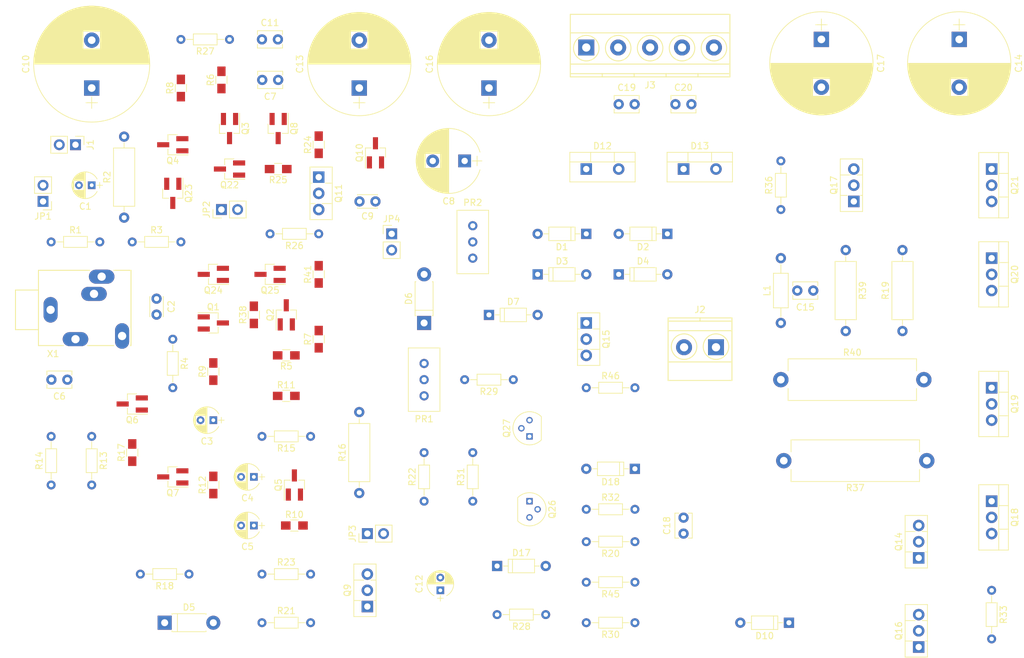
<source format=kicad_pcb>
(kicad_pcb (version 4) (host pcbnew 4.0.7)
  (layers (0 F.Cu mixed) (31 B.Cu mixed) (34 B.Paste user) (35 F.Paste user) (36 B.SilkS user) (37 F.SilkS user) (38 B.Mask user) (39 F.Mask user) (44 Edge.Cuts user))
  (net 0 "")
  (net 1 "Net-(C1-Pad1)")
  (net 2 "Net-(C1-Pad2)")
  (net 3 "Net-(C2-Pad1)")
  (net 4 GND)
  (net 5 "Net-(C3-Pad1)")
  (net 6 "Net-(C3-Pad2)")
  (net 7 "Net-(C4-Pad2)")
  (net 8 "Net-(C5-Pad2)")
  (net 9 "Net-(C10-Pad2)")
  (net 10 "Net-(C8-Pad1)")
  (net 11 "Net-(C9-Pad1)")
  (net 12 "Net-(C9-Pad2)")
  (net 13 "Net-(C12-Pad1)")
  (net 14 "Net-(C12-Pad2)")
  (net 15 "Net-(C15-Pad1)")
  (net 16 +VCC_15V)
  (net 17 VEE_-15V)
  (net 18 "Net-(C18-Pad1)")
  (net 19 "Net-(C18-Pad2)")
  (net 20 "Net-(D1-Pad1)")
  (net 21 "Net-(D3-Pad2)")
  (net 22 "Net-(D10-Pad2)")
  (net 23 "Net-(D5-Pad2)")
  (net 24 "Net-(D6-Pad2)")
  (net 25 "Net-(D7-Pad2)")
  (net 26 "Net-(D10-Pad1)")
  (net 27 "Net-(D12-Pad1)")
  (net 28 "Net-(D13-Pad2)")
  (net 29 "Net-(D17-Pad1)")
  (net 30 "Net-(D17-Pad2)")
  (net 31 "Net-(D18-Pad1)")
  (net 32 "Net-(D18-Pad2)")
  (net 33 +VCC_40V)
  (net 34 VEE_-40V)
  (net 35 "Net-(J2-Pad1)")
  (net 36 "Net-(JP2-Pad1)")
  (net 37 "Net-(JP3-Pad1)")
  (net 38 "Net-(JP3-Pad2)")
  (net 39 "Net-(PR1-Pad1)")
  (net 40 "Net-(PR2-Pad2)")
  (net 41 "Net-(Q1-Pad2)")
  (net 42 "Net-(Q1-Pad3)")
  (net 43 "Net-(Q2-Pad2)")
  (net 44 "Net-(Q2-Pad3)")
  (net 45 "Net-(Q22-Pad2)")
  (net 46 "Net-(Q3-Pad2)")
  (net 47 "Net-(Q4-Pad2)")
  (net 48 "Net-(Q23-Pad2)")
  (net 49 "Net-(Q5-Pad2)")
  (net 50 "Net-(Q5-Pad3)")
  (net 51 "Net-(Q6-Pad1)")
  (net 52 "Net-(Q6-Pad3)")
  (net 53 "Net-(Q7-Pad2)")
  (net 54 "Net-(Q8-Pad1)")
  (net 55 "Net-(Q9-Pad1)")
  (net 56 "Net-(Q10-Pad2)")
  (net 57 "Net-(Q11-Pad3)")
  (net 58 "Net-(Q16-Pad3)")
  (net 59 "Net-(Q17-Pad3)")
  (net 60 "Net-(Q19-Pad3)")
  (net 61 "Net-(Q20-Pad3)")
  (net 62 "Net-(Q22-Pad1)")
  (net 63 "Net-(Q26-Pad2)")
  (net 64 "Net-(Q27-Pad2)")
  (net 65 "Net-(R3-Pad2)")
  (net 66 "Net-(R11-Pad2)")
  (net 67 "Net-(R20-Pad2)")
  (module Capacitors_THT:CP_Radial_D4.0mm_P2.00mm (layer F.Cu) (at 73.66 57.15 180)
    (fp_text reference C1 (at 1 -3.31 180) (layer F.SilkS))
    (fp_text value 47u)
    (pad 1 thru_hole rect (at 0 0 180) (size 1.2 1.2) (drill 0.6) (layers *.Cu *.Mask) (net 1 "Net-(C1-Pad1)"))
    (pad 2 thru_hole circle (at 2 0 180) (size 1.2 1.2) (drill 0.6) (layers *.Cu *.Mask) (net 2 "Net-(C1-Pad2)"))
  )
  (module Capacitors_THT:C_Disc_D3.0mm_W2.0mm_P2.50mm (layer F.Cu) (at 83.82 74.93 270)
    (fp_text reference C2 (at 1.25 -2.31 270) (layer F.SilkS))
    (fp_text value 0.3n)
    (pad 1 thru_hole circle (at 0 0 270) (size 1.6 1.6) (drill 0.8) (layers *.Cu *.Mask) (net 3 "Net-(C2-Pad1)"))
    (pad 2 thru_hole circle (at 2.5 0 270) (size 1.6 1.6) (drill 0.8) (layers *.Cu *.Mask) (net 4 GND))
  )
  (module Capacitors_THT:CP_Radial_D4.0mm_P2.00mm (layer F.Cu) (at 92.71 93.98 180)
    (fp_text reference C3 (at 1 -3.31 180) (layer F.SilkS))
    (fp_text value 100u)
    (pad 1 thru_hole rect (at 0 0 180) (size 1.2 1.2) (drill 0.6) (layers *.Cu *.Mask) (net 5 "Net-(C3-Pad1)"))
    (pad 2 thru_hole circle (at 2 0 180) (size 1.2 1.2) (drill 0.6) (layers *.Cu *.Mask) (net 6 "Net-(C3-Pad2)"))
  )
  (module Capacitors_THT:CP_Radial_D4.0mm_P2.00mm (layer F.Cu) (at 99.06 102.87 180)
    (fp_text reference C4 (at 1 -3.31 180) (layer F.SilkS))
    (fp_text value 47u)
    (pad 1 thru_hole rect (at 0 0 180) (size 1.2 1.2) (drill 0.6) (layers *.Cu *.Mask) (net 33 +VCC_40V))
    (pad 2 thru_hole circle (at 2 0 180) (size 1.2 1.2) (drill 0.6) (layers *.Cu *.Mask) (net 7 "Net-(C4-Pad2)"))
  )
  (module Capacitors_THT:CP_Radial_D4.0mm_P2.00mm (layer F.Cu) (at 99.06 110.49 180)
    (fp_text reference C5 (at 1 -3.31 180) (layer F.SilkS))
    (fp_text value 47u)
    (pad 1 thru_hole rect (at 0 0 180) (size 1.2 1.2) (drill 0.6) (layers *.Cu *.Mask) (net 33 +VCC_40V))
    (pad 2 thru_hole circle (at 2 0 180) (size 1.2 1.2) (drill 0.6) (layers *.Cu *.Mask) (net 8 "Net-(C5-Pad2)"))
  )
  (module Capacitors_THT:C_Disc_D3.8mm_W2.6mm_P2.50mm (layer F.Cu) (at 69.85 87.63 180)
    (fp_text reference C6 (at 1.25 -2.61 180) (layer F.SilkS))
    (fp_text value 100n)
    (pad 1 thru_hole circle (at 0 0 180) (size 1.6 1.6) (drill 0.8) (layers *.Cu *.Mask) (net 33 +VCC_40V))
    (pad 2 thru_hole circle (at 2.5 0 180) (size 1.6 1.6) (drill 0.8) (layers *.Cu *.Mask) (net 4 GND))
  )
  (module Capacitors_THT:C_Disc_D3.8mm_W2.6mm_P2.50mm (layer F.Cu) (at 102.87 40.64 180)
    (fp_text reference C7 (at 1.25 -2.61 180) (layer F.SilkS))
    (fp_text value 100n)
    (pad 1 thru_hole circle (at 0 0 180) (size 1.6 1.6) (drill 0.8) (layers *.Cu *.Mask) (net 4 GND))
    (pad 2 thru_hole circle (at 2.5 0 180) (size 1.6 1.6) (drill 0.8) (layers *.Cu *.Mask) (net 9 "Net-(C10-Pad2)"))
  )
  (module Capacitors_THT:CP_Radial_D10.0mm_P5.00mm (layer F.Cu) (at 132.08 53.34 180)
    (fp_text reference C8 (at 2.5 -6.31 180) (layer F.SilkS))
    (fp_text value 1000u)
    (pad 1 thru_hole rect (at 0 0 180) (size 2 2) (drill 1) (layers *.Cu *.Mask) (net 10 "Net-(C8-Pad1)"))
    (pad 2 thru_hole circle (at 5 0 180) (size 2 2) (drill 1) (layers *.Cu *.Mask) (net 4 GND))
  )
  (module Capacitors_THT:C_Disc_D3.0mm_W2.0mm_P2.50mm (layer F.Cu) (at 118.11 59.69 180)
    (fp_text reference C9 (at 1.25 -2.31 180) (layer F.SilkS))
    (fp_text value 33p)
    (pad 1 thru_hole circle (at 0 0 180) (size 1.6 1.6) (drill 0.8) (layers *.Cu *.Mask) (net 11 "Net-(C9-Pad1)"))
    (pad 2 thru_hole circle (at 2.5 0 180) (size 1.6 1.6) (drill 0.8) (layers *.Cu *.Mask) (net 12 "Net-(C9-Pad2)"))
  )
  (module Capacitors_THT:CP_Radial_D18.0mm_P7.50mm (layer F.Cu) (at 73.66 41.91 90)
    (fp_text reference C10 (at 3.75 -10.31 90) (layer F.SilkS))
    (fp_text value 1000u)
    (pad 1 thru_hole rect (at 0 0 90) (size 2.4 2.4) (drill 1.2) (layers *.Cu *.Mask) (net 4 GND))
    (pad 2 thru_hole circle (at 7.5 0 90) (size 2.4 2.4) (drill 1.2) (layers *.Cu *.Mask) (net 9 "Net-(C10-Pad2)"))
  )
  (module Capacitors_THT:C_Disc_D3.8mm_W2.6mm_P2.50mm (layer F.Cu) (at 100.33 34.29)
    (fp_text reference C11 (at 1.25 -2.61) (layer F.SilkS))
    (fp_text value 100n)
    (pad 1 thru_hole circle (at 0 0) (size 1.6 1.6) (drill 0.8) (layers *.Cu *.Mask) (net 34 VEE_-40V))
    (pad 2 thru_hole circle (at 2.5 0) (size 1.6 1.6) (drill 0.8) (layers *.Cu *.Mask) (net 4 GND))
  )
  (module Capacitors_THT:CP_Radial_D4.0mm_P2.00mm (layer F.Cu) (at 128.27 120.65 90)
    (fp_text reference C12 (at 1 -3.31 90) (layer F.SilkS))
    (fp_text value 47u)
    (pad 1 thru_hole rect (at 0 0 90) (size 1.2 1.2) (drill 0.6) (layers *.Cu *.Mask) (net 13 "Net-(C12-Pad1)"))
    (pad 2 thru_hole circle (at 2 0 90) (size 1.2 1.2) (drill 0.6) (layers *.Cu *.Mask) (net 14 "Net-(C12-Pad2)"))
  )
  (module Capacitors_THT:CP_Radial_D16.0mm_P7.50mm (layer F.Cu) (at 115.57 41.91 90)
    (fp_text reference C13 (at 3.75 -9.31 90) (layer F.SilkS))
    (fp_text value 220u)
    (pad 1 thru_hole rect (at 0 0 90) (size 2.4 2.4) (drill 1.2) (layers *.Cu *.Mask) (net 33 +VCC_40V))
    (pad 2 thru_hole circle (at 7.5 0 90) (size 2.4 2.4) (drill 1.2) (layers *.Cu *.Mask) (net 4 GND))
  )
  (module Capacitors_THT:CP_Radial_D16.0mm_P7.50mm (layer F.Cu) (at 209.55 34.29 270)
    (fp_text reference C14 (at 3.75 -9.31 270) (layer F.SilkS))
    (fp_text value 220u)
    (pad 1 thru_hole rect (at 0 0 270) (size 2.4 2.4) (drill 1.2) (layers *.Cu *.Mask) (net 4 GND))
    (pad 2 thru_hole circle (at 7.5 0 270) (size 2.4 2.4) (drill 1.2) (layers *.Cu *.Mask) (net 34 VEE_-40V))
  )
  (module Capacitors_THT:C_Disc_D3.8mm_W2.6mm_P2.50mm (layer F.Cu) (at 186.69 73.66 180)
    (fp_text reference C15 (at 1.25 -2.61 180) (layer F.SilkS))
    (fp_text value 100n)
    (pad 1 thru_hole circle (at 0 0 180) (size 1.6 1.6) (drill 0.8) (layers *.Cu *.Mask) (net 15 "Net-(C15-Pad1)"))
    (pad 2 thru_hole circle (at 2.5 0 180) (size 1.6 1.6) (drill 0.8) (layers *.Cu *.Mask) (net 4 GND))
  )
  (module Capacitors_THT:CP_Radial_D16.0mm_P7.50mm (layer F.Cu) (at 135.89 41.91 90)
    (fp_text reference C16 (at 3.75 -9.31 90) (layer F.SilkS))
    (fp_text value 220u)
    (pad 1 thru_hole rect (at 0 0 90) (size 2.4 2.4) (drill 1.2) (layers *.Cu *.Mask) (net 16 +VCC_15V))
    (pad 2 thru_hole circle (at 7.5 0 90) (size 2.4 2.4) (drill 1.2) (layers *.Cu *.Mask) (net 4 GND))
  )
  (module Capacitors_THT:CP_Radial_D16.0mm_P7.50mm (layer F.Cu) (at 187.96 34.29 270)
    (fp_text reference C17 (at 3.75 -9.31 270) (layer F.SilkS))
    (fp_text value 220u)
    (pad 1 thru_hole rect (at 0 0 270) (size 2.4 2.4) (drill 1.2) (layers *.Cu *.Mask) (net 4 GND))
    (pad 2 thru_hole circle (at 7.5 0 270) (size 2.4 2.4) (drill 1.2) (layers *.Cu *.Mask) (net 17 VEE_-15V))
  )
  (module Capacitors_THT:C_Disc_D3.8mm_W2.6mm_P2.50mm (layer F.Cu) (at 166.37 111.76 90)
    (fp_text reference C18 (at 1.25 -2.61 90) (layer F.SilkS))
    (fp_text value 100n)
    (pad 1 thru_hole circle (at 0 0 90) (size 1.6 1.6) (drill 0.8) (layers *.Cu *.Mask) (net 18 "Net-(C18-Pad1)"))
    (pad 2 thru_hole circle (at 2.5 0 90) (size 1.6 1.6) (drill 0.8) (layers *.Cu *.Mask) (net 19 "Net-(C18-Pad2)"))
  )
  (module Capacitors_THT:C_Disc_D3.8mm_W2.6mm_P2.50mm (layer F.Cu) (at 156.21 44.45)
    (fp_text reference C19 (at 1.25 -2.61) (layer F.SilkS))
    (fp_text value 100n)
    (pad 1 thru_hole circle (at 0 0) (size 1.6 1.6) (drill 0.8) (layers *.Cu *.Mask) (net 16 +VCC_15V))
    (pad 2 thru_hole circle (at 2.5 0) (size 1.6 1.6) (drill 0.8) (layers *.Cu *.Mask) (net 4 GND))
  )
  (module Capacitors_THT:C_Disc_D3.8mm_W2.6mm_P2.50mm (layer F.Cu) (at 165.1 44.45)
    (fp_text reference C20 (at 1.25 -2.61) (layer F.SilkS))
    (fp_text value 100n)
    (pad 1 thru_hole circle (at 0 0) (size 1.6 1.6) (drill 0.8) (layers *.Cu *.Mask) (net 17 VEE_-15V))
    (pad 2 thru_hole circle (at 2.5 0) (size 1.6 1.6) (drill 0.8) (layers *.Cu *.Mask) (net 4 GND))
  )
  (module Diodes_THT:D_DO-35_SOD27_P7.62mm_Horizontal (layer F.Cu) (at 151.13 64.77 180)
    (fp_text reference D1 (at 3.81 -2.06 180) (layer F.SilkS))
    (fp_text value 1N4148)
    (pad 1 thru_hole rect (at 0 0 180) (size 1.6 1.6) (drill 0.8) (layers *.Cu *.Mask) (net 20 "Net-(D1-Pad1)"))
    (pad 2 thru_hole oval (at 7.62 0 180) (size 1.6 1.6) (drill 0.8) (layers *.Cu *.Mask) (net 10 "Net-(C8-Pad1)"))
  )
  (module Diodes_THT:D_DO-35_SOD27_P7.62mm_Horizontal (layer F.Cu) (at 163.83 64.77 180)
    (fp_text reference D2 (at 3.81 -2.06 180) (layer F.SilkS))
    (fp_text value 1N4148)
    (pad 1 thru_hole rect (at 0 0 180) (size 1.6 1.6) (drill 0.8) (layers *.Cu *.Mask) (net 4 GND))
    (pad 2 thru_hole oval (at 7.62 0 180) (size 1.6 1.6) (drill 0.8) (layers *.Cu *.Mask) (net 20 "Net-(D1-Pad1)"))
  )
  (module Diodes_THT:D_DO-35_SOD27_P7.62mm_Horizontal (layer F.Cu) (at 143.51 71.12)
    (fp_text reference D3 (at 3.81 -2.06) (layer F.SilkS))
    (fp_text value 1N4148)
    (pad 1 thru_hole rect (at 0 0) (size 1.6 1.6) (drill 0.8) (layers *.Cu *.Mask) (net 10 "Net-(C8-Pad1)"))
    (pad 2 thru_hole oval (at 7.62 0) (size 1.6 1.6) (drill 0.8) (layers *.Cu *.Mask) (net 21 "Net-(D3-Pad2)"))
  )
  (module Diodes_THT:D_DO-35_SOD27_P7.62mm_Horizontal (layer F.Cu) (at 156.21 71.12)
    (fp_text reference D4 (at 3.81 -2.06) (layer F.SilkS))
    (fp_text value 1N4148)
    (pad 1 thru_hole rect (at 0 0) (size 1.6 1.6) (drill 0.8) (layers *.Cu *.Mask) (net 21 "Net-(D3-Pad2)"))
    (pad 2 thru_hole oval (at 7.62 0) (size 1.6 1.6) (drill 0.8) (layers *.Cu *.Mask) (net 4 GND))
  )
  (module Diodes_THT:D_DO-41_SOD81_P7.62mm_Horizontal (layer F.Cu) (at 85.09 125.73)
    (fp_text reference D5 (at 3.81 -2.41) (layer F.SilkS))
    (fp_text value 1N4728)
    (pad 1 thru_hole rect (at 0 0) (size 2.2 2.2) (drill 1.1) (layers *.Cu *.Mask) (net 22 "Net-(D10-Pad2)"))
    (pad 2 thru_hole oval (at 7.62 0) (size 2.2 2.2) (drill 1.1) (layers *.Cu *.Mask) (net 23 "Net-(D5-Pad2)"))
  )
  (module Diodes_THT:D_DO-41_SOD81_P7.62mm_Horizontal (layer F.Cu) (at 125.73 78.74 90)
    (fp_text reference D6 (at 3.81 -2.41 90) (layer F.SilkS))
    (fp_text value 1N4728)
    (pad 1 thru_hole rect (at 0 0 90) (size 2.2 2.2) (drill 1.1) (layers *.Cu *.Mask) (net 14 "Net-(C12-Pad2)"))
    (pad 2 thru_hole oval (at 7.62 0 90) (size 2.2 2.2) (drill 1.1) (layers *.Cu *.Mask) (net 24 "Net-(D6-Pad2)"))
  )
  (module Diodes_THT:D_DO-35_SOD27_P7.62mm_Horizontal (layer F.Cu) (at 135.89 77.47)
    (fp_text reference D7 (at 3.81 -2.06) (layer F.SilkS))
    (fp_text value 1N4148)
    (pad 1 thru_hole rect (at 0 0) (size 1.6 1.6) (drill 0.8) (layers *.Cu *.Mask) (net 24 "Net-(D6-Pad2)"))
    (pad 2 thru_hole oval (at 7.62 0) (size 1.6 1.6) (drill 0.8) (layers *.Cu *.Mask) (net 25 "Net-(D7-Pad2)"))
  )
  (module Diodes_THT:D_DO-35_SOD27_P7.62mm_Horizontal (layer F.Cu) (at 182.88 125.73 180)
    (fp_text reference D10 (at 3.81 -2.06 180) (layer F.SilkS))
    (fp_text value 1N4148)
    (pad 1 thru_hole rect (at 0 0 180) (size 1.6 1.6) (drill 0.8) (layers *.Cu *.Mask) (net 26 "Net-(D10-Pad1)"))
    (pad 2 thru_hole oval (at 7.62 0 180) (size 1.6 1.6) (drill 0.8) (layers *.Cu *.Mask) (net 22 "Net-(D10-Pad2)"))
  )
  (module TO_SOT_Packages_THT:TO-220-2_Vertical (layer F.Cu) (at 151.13 54.61)
    (fp_text reference D12 (at 2.54 -3.62) (layer F.SilkS))
    (fp_text value MUR860)
    (pad 1 thru_hole rect (at 0 0) (size 1.8 1.8) (drill 1) (layers *.Cu *.Mask) (net 27 "Net-(D12-Pad1)"))
    (pad 2 thru_hole oval (at 5.08 0) (size 1.8 1.8) (drill 1) (layers *.Cu *.Mask) (net 16 +VCC_15V))
  )
  (module TO_SOT_Packages_THT:TO-220-2_Vertical (layer F.Cu) (at 166.37 54.61)
    (fp_text reference D13 (at 2.54 -3.62) (layer F.SilkS))
    (fp_text value MUR860)
    (pad 1 thru_hole rect (at 0 0) (size 1.8 1.8) (drill 1) (layers *.Cu *.Mask) (net 17 VEE_-15V))
    (pad 2 thru_hole oval (at 5.08 0) (size 1.8 1.8) (drill 1) (layers *.Cu *.Mask) (net 28 "Net-(D13-Pad2)"))
  )
  (module Diodes_THT:D_DO-35_SOD27_P7.62mm_Horizontal (layer F.Cu) (at 137.16 116.84)
    (fp_text reference D17 (at 3.81 -2.06) (layer F.SilkS))
    (fp_text value 1N4148)
    (pad 1 thru_hole rect (at 0 0) (size 1.6 1.6) (drill 0.8) (layers *.Cu *.Mask) (net 29 "Net-(D17-Pad1)"))
    (pad 2 thru_hole oval (at 7.62 0) (size 1.6 1.6) (drill 0.8) (layers *.Cu *.Mask) (net 30 "Net-(D17-Pad2)"))
  )
  (module Diodes_THT:D_DO-35_SOD27_P7.62mm_Horizontal (layer F.Cu) (at 158.75 101.6 180)
    (fp_text reference D18 (at 3.81 -2.06 180) (layer F.SilkS))
    (fp_text value 1N4148)
    (pad 1 thru_hole rect (at 0 0 180) (size 1.6 1.6) (drill 0.8) (layers *.Cu *.Mask) (net 31 "Net-(D18-Pad1)"))
    (pad 2 thru_hole oval (at 7.62 0 180) (size 1.6 1.6) (drill 0.8) (layers *.Cu *.Mask) (net 32 "Net-(D18-Pad2)"))
  )
  (module Pin_Headers:Pin_Header_Straight_1x02_Pitch2.54mm (layer F.Cu) (at 71.12 50.8 270)
    (fp_text reference J1 (at 0 -2.33 270) (layer F.SilkS))
    (fp_text value Conn_IN)
    (pad 1 thru_hole rect (at 0 0 270) (size 1.7 1.7) (drill 1) (layers *.Cu *.Mask) (net 2 "Net-(C1-Pad2)"))
    (pad 2 thru_hole oval (at 0 2.54 270) (size 1.7 1.7) (drill 1) (layers *.Cu *.Mask) (net 4 GND))
  )
  (module TerminalBlocks_Phoenix:TerminalBlock_Phoenix_MKDS1.5-2pol (layer F.Cu) (at 171.45 82.55 180)
    (fp_text reference J2 (at 2.5 5.9 180) (layer F.SilkS))
    (fp_text value LOAD_CONN)
    (pad 1 thru_hole rect (at 0 0 180) (size 2.5 2.5) (drill 1.3) (layers *.Cu *.Mask) (net 35 "Net-(J2-Pad1)"))
    (pad 2 thru_hole circle (at 5 0 180) (size 2.5 2.5) (drill 1.3) (layers *.Cu *.Mask) (net 4 GND))
  )
  (module TerminalBlocks_Phoenix:TerminalBlock_Phoenix_MKDS1.5-5pol (layer F.Cu) (at 151.13 35.56)
    (fp_text reference J3 (at 10 5.9) (layer F.SilkS))
    (fp_text value SUPPLY_CONN)
    (pad 5 thru_hole circle (at 20 0) (size 2.5 2.5) (drill 1.3) (layers *.Cu *.Mask) (net 34 VEE_-40V))
    (pad 4 thru_hole circle (at 15 0) (size 2.5 2.5) (drill 1.3) (layers *.Cu *.Mask) (net 17 VEE_-15V))
    (pad 3 thru_hole circle (at 10 0) (size 2.5 2.5) (drill 1.3) (layers *.Cu *.Mask) (net 4 GND))
    (pad 1 thru_hole rect (at 0 0) (size 2.5 2.5) (drill 1.3) (layers *.Cu *.Mask) (net 33 +VCC_40V))
    (pad 2 thru_hole circle (at 5 0) (size 2.5 2.5) (drill 1.3) (layers *.Cu *.Mask) (net 16 +VCC_15V))
  )
  (module Pin_Headers:Pin_Header_Straight_1x02_Pitch2.54mm (layer F.Cu) (at 66.04 59.69 180)
    (fp_text reference JP1 (at 0 -2.33 180) (layer F.SilkS))
    (fp_text value Jumper_NO_Small)
    (pad 1 thru_hole rect (at 0 0 180) (size 1.7 1.7) (drill 1) (layers *.Cu *.Mask) (net 2 "Net-(C1-Pad2)"))
    (pad 2 thru_hole oval (at 0 2.54 180) (size 1.7 1.7) (drill 1) (layers *.Cu *.Mask) (net 4 GND))
  )
  (module Pin_Headers:Pin_Header_Straight_1x02_Pitch2.54mm (layer F.Cu) (at 93.98 60.96 90)
    (fp_text reference JP2 (at 0 -2.33 90) (layer F.SilkS))
    (fp_text value Diff_Stage_Jumper)
    (pad 1 thru_hole rect (at 0 0 90) (size 1.7 1.7) (drill 1) (layers *.Cu *.Mask) (net 36 "Net-(JP2-Pad1)"))
    (pad 2 thru_hole oval (at 0 2.54 90) (size 1.7 1.7) (drill 1) (layers *.Cu *.Mask) (net 12 "Net-(C9-Pad2)"))
  )
  (module Pin_Headers:Pin_Header_Straight_1x02_Pitch2.54mm (layer F.Cu) (at 116.84 111.76 90)
    (fp_text reference JP3 (at 0 -2.33 90) (layer F.SilkS))
    (fp_text value Feedback_Jumper)
    (pad 1 thru_hole rect (at 0 0 90) (size 1.7 1.7) (drill 1) (layers *.Cu *.Mask) (net 37 "Net-(JP3-Pad1)"))
    (pad 2 thru_hole oval (at 0 2.54 90) (size 1.7 1.7) (drill 1) (layers *.Cu *.Mask) (net 38 "Net-(JP3-Pad2)"))
  )
  (module Pin_Headers:Pin_Header_Straight_1x02_Pitch2.54mm (layer F.Cu) (at 120.65 64.77)
    (fp_text reference JP4 (at 0 -2.33) (layer F.SilkS))
    (fp_text value 2nd_Stage_Jumper)
    (pad 1 thru_hole rect (at 0 0) (size 1.7 1.7) (drill 1) (layers *.Cu *.Mask) (net 11 "Net-(C9-Pad1)"))
    (pad 2 thru_hole oval (at 0 2.54) (size 1.7 1.7) (drill 1) (layers *.Cu *.Mask) (net 24 "Net-(D6-Pad2)"))
  )
  (module Inductors_THT:L_Axial_L5.3mm_D2.2mm_P10.16mm_Horizontal_Vishay_IM-1 (layer F.Cu) (at 181.61 78.74 90)
    (fp_text reference L1 (at 5.08 -2.16 90) (layer F.SilkS))
    (fp_text value 1u)
    (pad 1 thru_hole circle (at 0 0 90) (size 1.6 1.6) (drill 0.8) (layers *.Cu *.Mask) (net 38 "Net-(JP3-Pad2)"))
    (pad 2 thru_hole oval (at 10.16 0 90) (size 1.6 1.6) (drill 0.8) (layers *.Cu *.Mask) (net 35 "Net-(J2-Pad1)"))
  )
  (module Potentiometers:Potentiometer_Trimmer_Suntan_TSR-3386C_Vertical (layer F.Cu) (at 125.73 90.17 180)
    (fp_text reference PR1 (at 0 -3.625 180) (layer F.SilkS))
    (fp_text value 1k)
    (pad 3 thru_hole circle (at 0 5.08 180) (size 1.44 1.44) (drill 0.8) (layers *.Cu *.Mask) (net 14 "Net-(C12-Pad2)"))
    (pad 2 thru_hole circle (at 0 2.54 180) (size 1.44 1.44) (drill 0.8) (layers *.Cu *.Mask) (net 14 "Net-(C12-Pad2)"))
    (pad 1 thru_hole circle (at 0 0 180) (size 1.44 1.44) (drill 0.8) (layers *.Cu *.Mask) (net 39 "Net-(PR1-Pad1)"))
  )
  (module Potentiometers:Potentiometer_Trimmer_Suntan_TSR-3386C_Vertical (layer F.Cu) (at 133.35 63.5)
    (fp_text reference PR2 (at 0 -3.625) (layer F.SilkS))
    (fp_text value 100)
    (pad 3 thru_hole circle (at 0 5.08) (size 1.44 1.44) (drill 0.8) (layers *.Cu *.Mask) (net 40 "Net-(PR2-Pad2)"))
    (pad 2 thru_hole circle (at 0 2.54) (size 1.44 1.44) (drill 0.8) (layers *.Cu *.Mask) (net 40 "Net-(PR2-Pad2)"))
    (pad 1 thru_hole circle (at 0 0) (size 1.44 1.44) (drill 0.8) (layers *.Cu *.Mask) (net 10 "Net-(C8-Pad1)"))
  )
  (module TO_SOT_Packages_SMD:SOT-23_Handsoldering (layer F.Cu) (at 92.71 78.74)
    (fp_text reference Q1 (at 0 -2.5) (layer F.SilkS))
    (fp_text value BC856)
    (pad 1 smd rect (at -1.5 -0.95) (size 1.9 0.8) (layers F.Cu F.Paste F.Mask) (net 3 "Net-(C2-Pad1)"))
    (pad 2 smd rect (at -1.5 0.95) (size 1.9 0.8) (layers F.Cu F.Paste F.Mask) (net 41 "Net-(Q1-Pad2)"))
    (pad 3 smd rect (at 1.5 0) (size 1.9 0.8) (layers F.Cu F.Paste F.Mask) (net 42 "Net-(Q1-Pad3)"))
  )
  (module TO_SOT_Packages_SMD:SOT-23_Handsoldering (layer F.Cu) (at 104.14 77.47 90)
    (fp_text reference Q2 (at 0 -2.5 90) (layer F.SilkS))
    (fp_text value BC856)
    (pad 1 smd rect (at -1.5 -0.95 90) (size 1.9 0.8) (layers F.Cu F.Paste F.Mask) (net 5 "Net-(C3-Pad1)"))
    (pad 2 smd rect (at -1.5 0.95 90) (size 1.9 0.8) (layers F.Cu F.Paste F.Mask) (net 43 "Net-(Q2-Pad2)"))
    (pad 3 smd rect (at 1.5 0 90) (size 1.9 0.8) (layers F.Cu F.Paste F.Mask) (net 44 "Net-(Q2-Pad3)"))
  )
  (module TO_SOT_Packages_SMD:SOT-23_Handsoldering (layer F.Cu) (at 95.25 48.26 270)
    (fp_text reference Q3 (at 0 -2.5 270) (layer F.SilkS))
    (fp_text value BC846)
    (pad 1 smd rect (at -1.5 -0.95 270) (size 1.9 0.8) (layers F.Cu F.Paste F.Mask) (net 45 "Net-(Q22-Pad2)"))
    (pad 2 smd rect (at -1.5 0.95 270) (size 1.9 0.8) (layers F.Cu F.Paste F.Mask) (net 46 "Net-(Q3-Pad2)"))
    (pad 3 smd rect (at 1.5 0 270) (size 1.9 0.8) (layers F.Cu F.Paste F.Mask) (net 45 "Net-(Q22-Pad2)"))
  )
  (module TO_SOT_Packages_SMD:SOT-23_Handsoldering (layer F.Cu) (at 86.36 50.8 180)
    (fp_text reference Q4 (at 0 -2.5 180) (layer F.SilkS))
    (fp_text value BC846)
    (pad 1 smd rect (at -1.5 -0.95 180) (size 1.9 0.8) (layers F.Cu F.Paste F.Mask) (net 45 "Net-(Q22-Pad2)"))
    (pad 2 smd rect (at -1.5 0.95 180) (size 1.9 0.8) (layers F.Cu F.Paste F.Mask) (net 47 "Net-(Q4-Pad2)"))
    (pad 3 smd rect (at 1.5 0 180) (size 1.9 0.8) (layers F.Cu F.Paste F.Mask) (net 48 "Net-(Q23-Pad2)"))
  )
  (module TO_SOT_Packages_SMD:SOT-23_Handsoldering (layer F.Cu) (at 105.41 104.14 90)
    (fp_text reference Q5 (at 0 -2.5 90) (layer F.SilkS))
    (fp_text value BC856)
    (pad 1 smd rect (at -1.5 -0.95 90) (size 1.9 0.8) (layers F.Cu F.Paste F.Mask) (net 7 "Net-(C4-Pad2)"))
    (pad 2 smd rect (at -1.5 0.95 90) (size 1.9 0.8) (layers F.Cu F.Paste F.Mask) (net 49 "Net-(Q5-Pad2)"))
    (pad 3 smd rect (at 1.5 0 90) (size 1.9 0.8) (layers F.Cu F.Paste F.Mask) (net 50 "Net-(Q5-Pad3)"))
  )
  (module TO_SOT_Packages_SMD:SOT-23_Handsoldering (layer F.Cu) (at 80.01 91.44 180)
    (fp_text reference Q6 (at 0 -2.5 180) (layer F.SilkS))
    (fp_text value BC856)
    (pad 1 smd rect (at -1.5 -0.95 180) (size 1.9 0.8) (layers F.Cu F.Paste F.Mask) (net 51 "Net-(Q6-Pad1)"))
    (pad 2 smd rect (at -1.5 0.95 180) (size 1.9 0.8) (layers F.Cu F.Paste F.Mask) (net 33 +VCC_40V))
    (pad 3 smd rect (at 1.5 0 180) (size 1.9 0.8) (layers F.Cu F.Paste F.Mask) (net 52 "Net-(Q6-Pad3)"))
  )
  (module TO_SOT_Packages_SMD:SOT-23_Handsoldering (layer F.Cu) (at 86.36 102.87 180)
    (fp_text reference Q7 (at 0 -2.5 180) (layer F.SilkS))
    (fp_text value BC856)
    (pad 1 smd rect (at -1.5 -0.95 180) (size 1.9 0.8) (layers F.Cu F.Paste F.Mask) (net 52 "Net-(Q6-Pad3)"))
    (pad 2 smd rect (at -1.5 0.95 180) (size 1.9 0.8) (layers F.Cu F.Paste F.Mask) (net 53 "Net-(Q7-Pad2)"))
    (pad 3 smd rect (at 1.5 0 180) (size 1.9 0.8) (layers F.Cu F.Paste F.Mask) (net 22 "Net-(D10-Pad2)"))
  )
  (module TO_SOT_Packages_SMD:SOT-23_Handsoldering (layer F.Cu) (at 102.87 48.26 270)
    (fp_text reference Q8 (at 0 -2.5 270) (layer F.SilkS))
    (fp_text value BC846)
    (pad 1 smd rect (at -1.5 -0.95 270) (size 1.9 0.8) (layers F.Cu F.Paste F.Mask) (net 54 "Net-(Q8-Pad1)"))
    (pad 2 smd rect (at -1.5 0.95 270) (size 1.9 0.8) (layers F.Cu F.Paste F.Mask) (net 9 "Net-(C10-Pad2)"))
    (pad 3 smd rect (at 1.5 0 270) (size 1.9 0.8) (layers F.Cu F.Paste F.Mask) (net 12 "Net-(C9-Pad2)"))
  )
  (module TO_SOT_Packages_THT:TO-126_Vertical (layer F.Cu) (at 116.84 123.19 90)
    (fp_text reference Q9 (at 2.54 -3.12 90) (layer F.SilkS))
    (fp_text value 2SC4793)
    (pad 1 thru_hole rect (at 0 0 90) (size 1.8 1.8) (drill 1) (layers *.Cu *.Mask) (net 55 "Net-(Q9-Pad1)"))
    (pad 2 thru_hole oval (at 2.54 0 90) (size 1.8 1.8) (drill 1) (layers *.Cu *.Mask) (net 13 "Net-(C12-Pad1)"))
    (pad 3 thru_hole oval (at 5.08 0 90) (size 1.8 1.8) (drill 1) (layers *.Cu *.Mask) (net 14 "Net-(C12-Pad2)"))
  )
  (module TO_SOT_Packages_SMD:SOT-23_Handsoldering (layer F.Cu) (at 118.11 52.07 90)
    (fp_text reference Q10 (at 0 -2.5 90) (layer F.SilkS))
    (fp_text value BC846)
    (pad 1 smd rect (at -1.5 -0.95 90) (size 1.9 0.8) (layers F.Cu F.Paste F.Mask) (net 12 "Net-(C9-Pad2)"))
    (pad 2 smd rect (at -1.5 0.95 90) (size 1.9 0.8) (layers F.Cu F.Paste F.Mask) (net 56 "Net-(Q10-Pad2)"))
    (pad 3 smd rect (at 1.5 0 90) (size 1.9 0.8) (layers F.Cu F.Paste F.Mask) (net 4 GND))
  )
  (module TO_SOT_Packages_THT:TO-126_Vertical (layer F.Cu) (at 109.22 55.88 270)
    (fp_text reference Q11 (at 2.54 -3.12 270) (layer F.SilkS))
    (fp_text value 2SC4793)
    (pad 1 thru_hole rect (at 0 0 270) (size 1.8 1.8) (drill 1) (layers *.Cu *.Mask) (net 56 "Net-(Q10-Pad2)"))
    (pad 2 thru_hole oval (at 2.54 0 270) (size 1.8 1.8) (drill 1) (layers *.Cu *.Mask) (net 11 "Net-(C9-Pad1)"))
    (pad 3 thru_hole oval (at 5.08 0 270) (size 1.8 1.8) (drill 1) (layers *.Cu *.Mask) (net 57 "Net-(Q11-Pad3)"))
  )
  (module TO_SOT_Packages_THT:TO-126_Vertical (layer F.Cu) (at 203.2 115.57 90)
    (fp_text reference Q14 (at 2.54 -3.12 90) (layer F.SilkS))
    (fp_text value 2SC4793)
    (pad 1 thru_hole rect (at 0 0 90) (size 1.8 1.8) (drill 1) (layers *.Cu *.Mask) (net 30 "Net-(D17-Pad2)"))
    (pad 2 thru_hole oval (at 2.54 0 90) (size 1.8 1.8) (drill 1) (layers *.Cu *.Mask) (net 33 +VCC_40V))
    (pad 3 thru_hole oval (at 5.08 0 90) (size 1.8 1.8) (drill 1) (layers *.Cu *.Mask) (net 18 "Net-(C18-Pad1)"))
  )
  (module TO_SOT_Packages_THT:TO-126_Vertical (layer F.Cu) (at 151.13 78.74 270)
    (fp_text reference Q15 (at 2.54 -3.12 270) (layer F.SilkS))
    (fp_text value 2SA1837)
    (pad 1 thru_hole rect (at 0 0 270) (size 1.8 1.8) (drill 1) (layers *.Cu *.Mask) (net 31 "Net-(D18-Pad1)"))
    (pad 2 thru_hole oval (at 2.54 0 270) (size 1.8 1.8) (drill 1) (layers *.Cu *.Mask) (net 34 VEE_-40V))
    (pad 3 thru_hole oval (at 5.08 0 270) (size 1.8 1.8) (drill 1) (layers *.Cu *.Mask) (net 19 "Net-(C18-Pad2)"))
  )
  (module TO_SOT_Packages_THT:TO-126_Vertical (layer F.Cu) (at 203.2 129.54 90)
    (fp_text reference Q16 (at 2.54 -3.12 90) (layer F.SilkS))
    (fp_text value 2SC4793)
    (pad 1 thru_hole rect (at 0 0 90) (size 1.8 1.8) (drill 1) (layers *.Cu *.Mask) (net 26 "Net-(D10-Pad1)"))
    (pad 2 thru_hole oval (at 2.54 0 90) (size 1.8 1.8) (drill 1) (layers *.Cu *.Mask) (net 33 +VCC_40V))
    (pad 3 thru_hole oval (at 5.08 0 90) (size 1.8 1.8) (drill 1) (layers *.Cu *.Mask) (net 58 "Net-(Q16-Pad3)"))
  )
  (module TO_SOT_Packages_THT:TO-126_Vertical (layer F.Cu) (at 193.04 59.69 90)
    (fp_text reference Q17 (at 2.54 -3.12 90) (layer F.SilkS))
    (fp_text value 2SA1837)
    (pad 1 thru_hole rect (at 0 0 90) (size 1.8 1.8) (drill 1) (layers *.Cu *.Mask) (net 25 "Net-(D7-Pad2)"))
    (pad 2 thru_hole oval (at 2.54 0 90) (size 1.8 1.8) (drill 1) (layers *.Cu *.Mask) (net 34 VEE_-40V))
    (pad 3 thru_hole oval (at 5.08 0 90) (size 1.8 1.8) (drill 1) (layers *.Cu *.Mask) (net 59 "Net-(Q17-Pad3)"))
  )
  (module TO_SOT_Packages_THT:TO-220-3_Vertical (layer F.Cu) (at 214.63 106.68 270)
    (fp_text reference Q18 (at 2.54 -3.62 270) (layer F.SilkS))
    (fp_text value 2SC5200)
    (pad 1 thru_hole rect (at 0 0 270) (size 1.8 1.8) (drill 1) (layers *.Cu *.Mask) (net 58 "Net-(Q16-Pad3)"))
    (pad 2 thru_hole oval (at 2.54 0 270) (size 1.8 1.8) (drill 1) (layers *.Cu *.Mask) (net 33 +VCC_40V))
    (pad 3 thru_hole oval (at 5.08 0 270) (size 1.8 1.8) (drill 1) (layers *.Cu *.Mask) (net 27 "Net-(D12-Pad1)"))
  )
  (module TO_SOT_Packages_THT:TO-220-3_Vertical (layer F.Cu) (at 214.63 88.9 270)
    (fp_text reference Q19 (at 2.54 -3.62 270) (layer F.SilkS))
    (fp_text value 2SC5200)
    (pad 1 thru_hole rect (at 0 0 270) (size 1.8 1.8) (drill 1) (layers *.Cu *.Mask) (net 18 "Net-(C18-Pad1)"))
    (pad 2 thru_hole oval (at 2.54 0 270) (size 1.8 1.8) (drill 1) (layers *.Cu *.Mask) (net 27 "Net-(D12-Pad1)"))
    (pad 3 thru_hole oval (at 5.08 0 270) (size 1.8 1.8) (drill 1) (layers *.Cu *.Mask) (net 60 "Net-(Q19-Pad3)"))
  )
  (module TO_SOT_Packages_THT:TO-220-3_Vertical (layer F.Cu) (at 214.63 68.58 270)
    (fp_text reference Q20 (at 2.54 -3.62 270) (layer F.SilkS))
    (fp_text value 2SA1943)
    (pad 1 thru_hole rect (at 0 0 270) (size 1.8 1.8) (drill 1) (layers *.Cu *.Mask) (net 19 "Net-(C18-Pad2)"))
    (pad 2 thru_hole oval (at 2.54 0 270) (size 1.8 1.8) (drill 1) (layers *.Cu *.Mask) (net 28 "Net-(D13-Pad2)"))
    (pad 3 thru_hole oval (at 5.08 0 270) (size 1.8 1.8) (drill 1) (layers *.Cu *.Mask) (net 61 "Net-(Q20-Pad3)"))
  )
  (module TO_SOT_Packages_THT:TO-220-3_Vertical (layer F.Cu) (at 214.63 54.61 270)
    (fp_text reference Q21 (at 2.54 -3.62 270) (layer F.SilkS))
    (fp_text value 2SA1943)
    (pad 1 thru_hole rect (at 0 0 270) (size 1.8 1.8) (drill 1) (layers *.Cu *.Mask) (net 59 "Net-(Q17-Pad3)"))
    (pad 2 thru_hole oval (at 2.54 0 270) (size 1.8 1.8) (drill 1) (layers *.Cu *.Mask) (net 34 VEE_-40V))
    (pad 3 thru_hole oval (at 5.08 0 270) (size 1.8 1.8) (drill 1) (layers *.Cu *.Mask) (net 28 "Net-(D13-Pad2)"))
  )
  (module TO_SOT_Packages_SMD:SOT-23_Handsoldering (layer F.Cu) (at 95.25 54.61 180)
    (fp_text reference Q22 (at 0 -2.5 180) (layer F.SilkS))
    (fp_text value BC846)
    (pad 1 smd rect (at -1.5 -0.95 180) (size 1.9 0.8) (layers F.Cu F.Paste F.Mask) (net 62 "Net-(Q22-Pad1)"))
    (pad 2 smd rect (at -1.5 0.95 180) (size 1.9 0.8) (layers F.Cu F.Paste F.Mask) (net 45 "Net-(Q22-Pad2)"))
    (pad 3 smd rect (at 1.5 0 180) (size 1.9 0.8) (layers F.Cu F.Paste F.Mask) (net 36 "Net-(JP2-Pad1)"))
  )
  (module TO_SOT_Packages_SMD:SOT-23_Handsoldering (layer F.Cu) (at 86.36 58.42 270)
    (fp_text reference Q23 (at 0 -2.5 270) (layer F.SilkS))
    (fp_text value BC846)
    (pad 1 smd rect (at -1.5 -0.95 270) (size 1.9 0.8) (layers F.Cu F.Paste F.Mask) (net 62 "Net-(Q22-Pad1)"))
    (pad 2 smd rect (at -1.5 0.95 270) (size 1.9 0.8) (layers F.Cu F.Paste F.Mask) (net 48 "Net-(Q23-Pad2)"))
    (pad 3 smd rect (at 1.5 0 270) (size 1.9 0.8) (layers F.Cu F.Paste F.Mask) (net 62 "Net-(Q22-Pad1)"))
  )
  (module TO_SOT_Packages_SMD:SOT-23_Handsoldering (layer F.Cu) (at 92.71 71.12 180)
    (fp_text reference Q24 (at 0 -2.5 180) (layer F.SilkS))
    (fp_text value BC846)
    (pad 1 smd rect (at -1.5 -0.95 180) (size 1.9 0.8) (layers F.Cu F.Paste F.Mask) (net 42 "Net-(Q1-Pad3)"))
    (pad 2 smd rect (at -1.5 0.95 180) (size 1.9 0.8) (layers F.Cu F.Paste F.Mask) (net 36 "Net-(JP2-Pad1)"))
    (pad 3 smd rect (at 1.5 0 180) (size 1.9 0.8) (layers F.Cu F.Paste F.Mask) (net 41 "Net-(Q1-Pad2)"))
  )
  (module TO_SOT_Packages_SMD:SOT-23_Handsoldering (layer F.Cu) (at 101.6 71.12 180)
    (fp_text reference Q25 (at 0 -2.5 180) (layer F.SilkS))
    (fp_text value BC846)
    (pad 1 smd rect (at -1.5 -0.95 180) (size 1.9 0.8) (layers F.Cu F.Paste F.Mask) (net 44 "Net-(Q2-Pad3)"))
    (pad 2 smd rect (at -1.5 0.95 180) (size 1.9 0.8) (layers F.Cu F.Paste F.Mask) (net 62 "Net-(Q22-Pad1)"))
    (pad 3 smd rect (at 1.5 0 180) (size 1.9 0.8) (layers F.Cu F.Paste F.Mask) (net 43 "Net-(Q2-Pad2)"))
  )
  (module TO_SOT_Packages_THT:TO-92_Molded_Narrow (layer F.Cu) (at 142.24 106.68 270)
    (fp_text reference Q26 (at 1.27 -3.56 270) (layer F.SilkS))
    (fp_text value MPSA42)
    (pad 2 thru_hole circle (at 1.27 -1.27) (size 1 1) (drill 0.6) (layers *.Cu *.Mask) (net 63 "Net-(Q26-Pad2)"))
    (pad 3 thru_hole circle (at 2.54 0) (size 1 1) (drill 0.6) (layers *.Cu *.Mask) (net 29 "Net-(D17-Pad1)"))
    (pad 1 thru_hole rect (at 0 0) (size 1 1) (drill 0.6) (layers *.Cu *.Mask) (net 38 "Net-(JP3-Pad2)"))
  )
  (module TO_SOT_Packages_THT:TO-92_Molded_Narrow (layer F.Cu) (at 142.24 96.52 90)
    (fp_text reference Q27 (at 1.27 -3.56 90) (layer F.SilkS))
    (fp_text value MPSA92)
    (pad 2 thru_hole circle (at 1.27 -1.27 180) (size 1 1) (drill 0.6) (layers *.Cu *.Mask) (net 64 "Net-(Q27-Pad2)"))
    (pad 3 thru_hole circle (at 2.54 0 180) (size 1 1) (drill 0.6) (layers *.Cu *.Mask) (net 32 "Net-(D18-Pad2)"))
    (pad 1 thru_hole rect (at 0 0 180) (size 1 1) (drill 0.6) (layers *.Cu *.Mask) (net 38 "Net-(JP3-Pad2)"))
  )
  (module Resistors_THT:R_Axial_DIN0204_L3.6mm_D1.6mm_P7.62mm_Horizontal (layer F.Cu) (at 67.31 66.04)
    (fp_text reference R1 (at 3.81 -1.86) (layer F.SilkS))
    (fp_text value 100k)
    (pad 1 thru_hole circle (at 0 0) (size 1.4 1.4) (drill 0.7) (layers *.Cu *.Mask) (net 2 "Net-(C1-Pad2)"))
    (pad 2 thru_hole oval (at 7.62 0) (size 1.4 1.4) (drill 0.7) (layers *.Cu *.Mask) (net 4 GND))
  )
  (module Resistors_THT:R_Axial_DIN0309_L9.0mm_D3.2mm_P12.70mm_Horizontal (layer F.Cu) (at 78.74 62.23 90)
    (fp_text reference R2 (at 6.35 -2.66 90) (layer F.SilkS))
    (fp_text value 10)
    (pad 1 thru_hole circle (at 0 0 90) (size 1.6 1.6) (drill 0.8) (layers *.Cu *.Mask) (net 3 "Net-(C2-Pad1)"))
    (pad 2 thru_hole oval (at 12.7 0 90) (size 1.6 1.6) (drill 0.8) (layers *.Cu *.Mask) (net 1 "Net-(C1-Pad1)"))
  )
  (module Resistors_THT:R_Axial_DIN0204_L3.6mm_D1.6mm_P7.62mm_Horizontal (layer F.Cu) (at 80.01 66.04)
    (fp_text reference R3 (at 3.81 -1.86) (layer F.SilkS))
    (fp_text value 1.2k)
    (pad 1 thru_hole circle (at 0 0) (size 1.4 1.4) (drill 0.7) (layers *.Cu *.Mask) (net 3 "Net-(C2-Pad1)"))
    (pad 2 thru_hole oval (at 7.62 0) (size 1.4 1.4) (drill 0.7) (layers *.Cu *.Mask) (net 65 "Net-(R3-Pad2)"))
  )
  (module Resistors_THT:R_Axial_DIN0204_L3.6mm_D1.6mm_P7.62mm_Horizontal (layer F.Cu) (at 86.36 81.28 270)
    (fp_text reference R4 (at 3.81 -1.86 270) (layer F.SilkS))
    (fp_text value 1.2k)
    (pad 1 thru_hole circle (at 0 0 270) (size 1.4 1.4) (drill 0.7) (layers *.Cu *.Mask) (net 65 "Net-(R3-Pad2)"))
    (pad 2 thru_hole oval (at 7.62 0 270) (size 1.4 1.4) (drill 0.7) (layers *.Cu *.Mask) (net 4 GND))
  )
  (module Resistors_SMD:R_0805_HandSoldering (layer F.Cu) (at 104.14 83.82 180)
    (fp_text reference R5 (at 0 -1.7 180) (layer F.SilkS))
    (fp_text value 100)
    (pad 1 smd rect (at -1.35 0 180) (size 1.5 1.3) (layers F.Cu F.Paste F.Mask) (net 66 "Net-(R11-Pad2)"))
    (pad 2 smd rect (at 1.35 0 180) (size 1.5 1.3) (layers F.Cu F.Paste F.Mask) (net 41 "Net-(Q1-Pad2)"))
  )
  (module Resistors_SMD:R_0805_HandSoldering (layer F.Cu) (at 93.98 40.64 90)
    (fp_text reference R6 (at 0 -1.7 90) (layer F.SilkS))
    (fp_text value 68)
    (pad 1 smd rect (at -1.35 0 90) (size 1.5 1.3) (layers F.Cu F.Paste F.Mask) (net 46 "Net-(Q3-Pad2)"))
    (pad 2 smd rect (at 1.35 0 90) (size 1.5 1.3) (layers F.Cu F.Paste F.Mask) (net 9 "Net-(C10-Pad2)"))
  )
  (module Resistors_SMD:R_0805_HandSoldering (layer F.Cu) (at 109.22 81.28 90)
    (fp_text reference R7 (at 0 -1.7 90) (layer F.SilkS))
    (fp_text value 100)
    (pad 1 smd rect (at -1.35 0 90) (size 1.5 1.3) (layers F.Cu F.Paste F.Mask) (net 66 "Net-(R11-Pad2)"))
    (pad 2 smd rect (at 1.35 0 90) (size 1.5 1.3) (layers F.Cu F.Paste F.Mask) (net 43 "Net-(Q2-Pad2)"))
  )
  (module Resistors_SMD:R_0805_HandSoldering (layer F.Cu) (at 87.63 41.91 90)
    (fp_text reference R8 (at 0 -1.7 90) (layer F.SilkS))
    (fp_text value 68)
    (pad 1 smd rect (at -1.35 0 90) (size 1.5 1.3) (layers F.Cu F.Paste F.Mask) (net 47 "Net-(Q4-Pad2)"))
    (pad 2 smd rect (at 1.35 0 90) (size 1.5 1.3) (layers F.Cu F.Paste F.Mask) (net 9 "Net-(C10-Pad2)"))
  )
  (module Resistors_SMD:R_0805_HandSoldering (layer F.Cu) (at 92.71 86.36 90)
    (fp_text reference R9 (at 0 -1.7 90) (layer F.SilkS))
    (fp_text value 100)
    (pad 1 smd rect (at -1.35 0 90) (size 1.5 1.3) (layers F.Cu F.Paste F.Mask) (net 6 "Net-(C3-Pad2)"))
    (pad 2 smd rect (at 1.35 0 90) (size 1.5 1.3) (layers F.Cu F.Paste F.Mask) (net 65 "Net-(R3-Pad2)"))
  )
  (module Resistors_SMD:R_0805_HandSoldering (layer F.Cu) (at 105.41 110.49)
    (fp_text reference R10 (at 0 -1.7) (layer F.SilkS))
    (fp_text value 100)
    (pad 1 smd rect (at -1.35 0) (size 1.5 1.3) (layers F.Cu F.Paste F.Mask) (net 33 +VCC_40V))
    (pad 2 smd rect (at 1.35 0) (size 1.5 1.3) (layers F.Cu F.Paste F.Mask) (net 49 "Net-(Q5-Pad2)"))
  )
  (module Resistors_SMD:R_0805_HandSoldering (layer F.Cu) (at 104.14 90.17)
    (fp_text reference R11 (at 0 -1.7) (layer F.SilkS))
    (fp_text value 2.2k)
    (pad 1 smd rect (at -1.35 0) (size 1.5 1.3) (layers F.Cu F.Paste F.Mask) (net 50 "Net-(Q5-Pad3)"))
    (pad 2 smd rect (at 1.35 0) (size 1.5 1.3) (layers F.Cu F.Paste F.Mask) (net 66 "Net-(R11-Pad2)"))
  )
  (module Resistors_SMD:R_0805_HandSoldering (layer F.Cu) (at 92.71 104.14 90)
    (fp_text reference R12 (at 0 -1.7 90) (layer F.SilkS))
    (fp_text value 2.2k)
    (pad 1 smd rect (at -1.35 0 90) (size 1.5 1.3) (layers F.Cu F.Paste F.Mask) (net 52 "Net-(Q6-Pad3)"))
    (pad 2 smd rect (at 1.35 0 90) (size 1.5 1.3) (layers F.Cu F.Paste F.Mask) (net 7 "Net-(C4-Pad2)"))
  )
  (module Resistors_THT:R_Axial_DIN0204_L3.6mm_D1.6mm_P7.62mm_Horizontal (layer F.Cu) (at 73.66 96.52 270)
    (fp_text reference R13 (at 3.81 -1.86 270) (layer F.SilkS))
    (fp_text value 10k)
    (pad 1 thru_hole circle (at 0 0 270) (size 1.4 1.4) (drill 0.7) (layers *.Cu *.Mask) (net 52 "Net-(Q6-Pad3)"))
    (pad 2 thru_hole oval (at 7.62 0 270) (size 1.4 1.4) (drill 0.7) (layers *.Cu *.Mask) (net 8 "Net-(C5-Pad2)"))
  )
  (module Resistors_THT:R_Axial_DIN0204_L3.6mm_D1.6mm_P7.62mm_Horizontal (layer F.Cu) (at 67.31 104.14 90)
    (fp_text reference R14 (at 3.81 -1.86 90) (layer F.SilkS))
    (fp_text value 10k)
    (pad 1 thru_hole circle (at 0 0 90) (size 1.4 1.4) (drill 0.7) (layers *.Cu *.Mask) (net 8 "Net-(C5-Pad2)"))
    (pad 2 thru_hole oval (at 7.62 0 90) (size 1.4 1.4) (drill 0.7) (layers *.Cu *.Mask) (net 4 GND))
  )
  (module Resistors_THT:R_Axial_DIN0204_L3.6mm_D1.6mm_P7.62mm_Horizontal (layer F.Cu) (at 107.95 96.52 180)
    (fp_text reference R15 (at 3.81 -1.86 180) (layer F.SilkS))
    (fp_text value 51)
    (pad 1 thru_hole circle (at 0 0 180) (size 1.4 1.4) (drill 0.7) (layers *.Cu *.Mask) (net 40 "Net-(PR2-Pad2)"))
    (pad 2 thru_hole oval (at 7.62 0 180) (size 1.4 1.4) (drill 0.7) (layers *.Cu *.Mask) (net 5 "Net-(C3-Pad1)"))
  )
  (module Resistors_THT:R_Axial_DIN0309_L9.0mm_D3.2mm_P12.70mm_Horizontal (layer F.Cu) (at 115.57 105.41 90)
    (fp_text reference R16 (at 6.35 -2.66 90) (layer F.SilkS))
    (fp_text value 2.2k)
    (pad 1 thru_hole circle (at 0 0 90) (size 1.6 1.6) (drill 0.8) (layers *.Cu *.Mask) (net 37 "Net-(JP3-Pad1)"))
    (pad 2 thru_hole oval (at 12.7 0 90) (size 1.6 1.6) (drill 0.8) (layers *.Cu *.Mask) (net 5 "Net-(C3-Pad1)"))
  )
  (module Resistors_SMD:R_0805_HandSoldering (layer F.Cu) (at 80.01 99.06 90)
    (fp_text reference R17 (at 0 -1.7 90) (layer F.SilkS))
    (fp_text value 2.2k)
    (pad 1 smd rect (at -1.35 0 90) (size 1.5 1.3) (layers F.Cu F.Paste F.Mask) (net 53 "Net-(Q7-Pad2)"))
    (pad 2 smd rect (at 1.35 0 90) (size 1.5 1.3) (layers F.Cu F.Paste F.Mask) (net 51 "Net-(Q6-Pad1)"))
  )
  (module Resistors_THT:R_Axial_DIN0204_L3.6mm_D1.6mm_P7.62mm_Horizontal (layer F.Cu) (at 88.9 118.11 180)
    (fp_text reference R18 (at 3.81 -1.86 180) (layer F.SilkS))
    (fp_text value 33)
    (pad 1 thru_hole circle (at 0 0 180) (size 1.4 1.4) (drill 0.7) (layers *.Cu *.Mask) (net 33 +VCC_40V))
    (pad 2 thru_hole oval (at 7.62 0 180) (size 1.4 1.4) (drill 0.7) (layers *.Cu *.Mask) (net 53 "Net-(Q7-Pad2)"))
  )
  (module Resistors_THT:R_Axial_DIN0309_L9.0mm_D3.2mm_P12.70mm_Horizontal (layer F.Cu) (at 200.66 80.01 90)
    (fp_text reference R19 (at 6.35 -2.66 90) (layer F.SilkS))
    (fp_text value 10)
    (pad 1 thru_hole circle (at 0 0 90) (size 1.6 1.6) (drill 0.8) (layers *.Cu *.Mask) (net 38 "Net-(JP3-Pad2)"))
    (pad 2 thru_hole oval (at 12.7 0 90) (size 1.6 1.6) (drill 0.8) (layers *.Cu *.Mask) (net 15 "Net-(C15-Pad1)"))
  )
  (module Resistors_THT:R_Axial_DIN0204_L3.6mm_D1.6mm_P7.62mm_Horizontal (layer F.Cu) (at 158.75 113.03 180)
    (fp_text reference R20 (at 3.81 -1.86 180) (layer F.SilkS))
    (fp_text value 100)
    (pad 1 thru_hole circle (at 0 0 180) (size 1.4 1.4) (drill 0.7) (layers *.Cu *.Mask) (net 18 "Net-(C18-Pad1)"))
    (pad 2 thru_hole oval (at 7.62 0 180) (size 1.4 1.4) (drill 0.7) (layers *.Cu *.Mask) (net 67 "Net-(R20-Pad2)"))
  )
  (module Resistors_THT:R_Axial_DIN0204_L3.6mm_D1.6mm_P7.62mm_Horizontal (layer F.Cu) (at 100.33 125.73)
    (fp_text reference R21 (at 3.81 -1.86) (layer F.SilkS))
    (fp_text value 3.3k)
    (pad 1 thru_hole circle (at 0 0) (size 1.4 1.4) (drill 0.7) (layers *.Cu *.Mask) (net 23 "Net-(D5-Pad2)"))
    (pad 2 thru_hole oval (at 7.62 0) (size 1.4 1.4) (drill 0.7) (layers *.Cu *.Mask) (net 55 "Net-(Q9-Pad1)"))
  )
  (module Resistors_THT:R_Axial_DIN0204_L3.6mm_D1.6mm_P7.62mm_Horizontal (layer F.Cu) (at 125.73 106.68 90)
    (fp_text reference R22 (at 3.81 -1.86 90) (layer F.SilkS))
    (fp_text value 390)
    (pad 1 thru_hole circle (at 0 0 90) (size 1.4 1.4) (drill 0.7) (layers *.Cu *.Mask) (net 55 "Net-(Q9-Pad1)"))
    (pad 2 thru_hole oval (at 7.62 0 90) (size 1.4 1.4) (drill 0.7) (layers *.Cu *.Mask) (net 39 "Net-(PR1-Pad1)"))
  )
  (module Resistors_THT:R_Axial_DIN0204_L3.6mm_D1.6mm_P7.62mm_Horizontal (layer F.Cu) (at 100.33 118.11)
    (fp_text reference R23 (at 3.81 -1.86) (layer F.SilkS))
    (fp_text value 16)
    (pad 1 thru_hole circle (at 0 0) (size 1.4 1.4) (drill 0.7) (layers *.Cu *.Mask) (net 23 "Net-(D5-Pad2)"))
    (pad 2 thru_hole oval (at 7.62 0) (size 1.4 1.4) (drill 0.7) (layers *.Cu *.Mask) (net 13 "Net-(C12-Pad1)"))
  )
  (module Resistors_SMD:R_0805_HandSoldering (layer F.Cu) (at 109.22 50.8 90)
    (fp_text reference R24 (at 0 -1.7 90) (layer F.SilkS))
    (fp_text value 2.2k)
    (pad 1 smd rect (at -1.35 0 90) (size 1.5 1.3) (layers F.Cu F.Paste F.Mask) (net 57 "Net-(Q11-Pad3)"))
    (pad 2 smd rect (at 1.35 0 90) (size 1.5 1.3) (layers F.Cu F.Paste F.Mask) (net 54 "Net-(Q8-Pad1)"))
  )
  (module Resistors_SMD:R_0805_HandSoldering (layer F.Cu) (at 102.87 54.61 180)
    (fp_text reference R25 (at 0 -1.7 180) (layer F.SilkS))
    (fp_text value 2.2k)
    (pad 1 smd rect (at -1.35 0 180) (size 1.5 1.3) (layers F.Cu F.Paste F.Mask) (net 56 "Net-(Q10-Pad2)"))
    (pad 2 smd rect (at 1.35 0 180) (size 1.5 1.3) (layers F.Cu F.Paste F.Mask) (net 9 "Net-(C10-Pad2)"))
  )
  (module Resistors_THT:R_Axial_DIN0204_L3.6mm_D1.6mm_P7.62mm_Horizontal (layer F.Cu) (at 109.22 64.77 180)
    (fp_text reference R26 (at 3.81 -1.86 180) (layer F.SilkS))
    (fp_text value 10)
    (pad 1 thru_hole circle (at 0 0 180) (size 1.4 1.4) (drill 0.7) (layers *.Cu *.Mask) (net 57 "Net-(Q11-Pad3)"))
    (pad 2 thru_hole oval (at 7.62 0 180) (size 1.4 1.4) (drill 0.7) (layers *.Cu *.Mask) (net 9 "Net-(C10-Pad2)"))
  )
  (module Resistors_THT:R_Axial_DIN0204_L3.6mm_D1.6mm_P7.62mm_Horizontal (layer F.Cu) (at 95.25 34.29 180)
    (fp_text reference R27 (at 3.81 -1.86 180) (layer F.SilkS))
    (fp_text value 10)
    (pad 1 thru_hole circle (at 0 0 180) (size 1.4 1.4) (drill 0.7) (layers *.Cu *.Mask) (net 34 VEE_-40V))
    (pad 2 thru_hole oval (at 7.62 0 180) (size 1.4 1.4) (drill 0.7) (layers *.Cu *.Mask) (net 9 "Net-(C10-Pad2)"))
  )
  (module Resistors_THT:R_Axial_DIN0204_L3.6mm_D1.6mm_P7.62mm_Horizontal (layer F.Cu) (at 144.78 124.46 180)
    (fp_text reference R28 (at 3.81 -1.86 180) (layer F.SilkS))
    (fp_text value 100)
    (pad 1 thru_hole circle (at 0 0 180) (size 1.4 1.4) (drill 0.7) (layers *.Cu *.Mask) (net 30 "Net-(D17-Pad2)"))
    (pad 2 thru_hole oval (at 7.62 0 180) (size 1.4 1.4) (drill 0.7) (layers *.Cu *.Mask) (net 13 "Net-(C12-Pad1)"))
  )
  (module Resistors_THT:R_Axial_DIN0204_L3.6mm_D1.6mm_P7.62mm_Horizontal (layer F.Cu) (at 139.7 87.63 180)
    (fp_text reference R29 (at 3.81 -1.86 180) (layer F.SilkS))
    (fp_text value 100)
    (pad 1 thru_hole circle (at 0 0 180) (size 1.4 1.4) (drill 0.7) (layers *.Cu *.Mask) (net 31 "Net-(D18-Pad1)"))
    (pad 2 thru_hole oval (at 7.62 0 180) (size 1.4 1.4) (drill 0.7) (layers *.Cu *.Mask) (net 14 "Net-(C12-Pad2)"))
  )
  (module Resistors_THT:R_Axial_DIN0204_L3.6mm_D1.6mm_P7.62mm_Horizontal (layer F.Cu) (at 158.75 125.73 180)
    (fp_text reference R30 (at 3.81 -1.86 180) (layer F.SilkS))
    (fp_text value 560)
    (pad 1 thru_hole circle (at 0 0 180) (size 1.4 1.4) (drill 0.7) (layers *.Cu *.Mask) (net 63 "Net-(Q26-Pad2)"))
    (pad 2 thru_hole oval (at 7.62 0 180) (size 1.4 1.4) (drill 0.7) (layers *.Cu *.Mask) (net 38 "Net-(JP3-Pad2)"))
  )
  (module Resistors_THT:R_Axial_DIN0204_L3.6mm_D1.6mm_P7.62mm_Horizontal (layer F.Cu) (at 133.35 106.68 90)
    (fp_text reference R31 (at 3.81 -1.86 90) (layer F.SilkS))
    (fp_text value 180)
    (pad 1 thru_hole circle (at 0 0 90) (size 1.4 1.4) (drill 0.7) (layers *.Cu *.Mask) (net 38 "Net-(JP3-Pad2)"))
    (pad 2 thru_hole oval (at 7.62 0 90) (size 1.4 1.4) (drill 0.7) (layers *.Cu *.Mask) (net 64 "Net-(Q27-Pad2)"))
  )
  (module Resistors_THT:R_Axial_DIN0204_L3.6mm_D1.6mm_P7.62mm_Horizontal (layer F.Cu) (at 151.13 107.95)
    (fp_text reference R32 (at 3.81 -1.86) (layer F.SilkS))
    (fp_text value 100)
    (pad 1 thru_hole circle (at 0 0) (size 1.4 1.4) (drill 0.7) (layers *.Cu *.Mask) (net 67 "Net-(R20-Pad2)"))
    (pad 2 thru_hole oval (at 7.62 0) (size 1.4 1.4) (drill 0.7) (layers *.Cu *.Mask) (net 19 "Net-(C18-Pad2)"))
  )
  (module Resistors_THT:R_Axial_DIN0204_L3.6mm_D1.6mm_P7.62mm_Horizontal (layer F.Cu) (at 214.63 120.65 270)
    (fp_text reference R33 (at 3.81 -1.86 270) (layer F.SilkS))
    (fp_text value 100)
    (pad 1 thru_hole circle (at 0 0 270) (size 1.4 1.4) (drill 0.7) (layers *.Cu *.Mask) (net 27 "Net-(D12-Pad1)"))
    (pad 2 thru_hole oval (at 7.62 0 270) (size 1.4 1.4) (drill 0.7) (layers *.Cu *.Mask) (net 58 "Net-(Q16-Pad3)"))
  )
  (module Resistors_THT:R_Axial_DIN0204_L3.6mm_D1.6mm_P7.62mm_Horizontal (layer F.Cu) (at 181.61 60.96 90)
    (fp_text reference R36 (at 3.81 -1.86 90) (layer F.SilkS))
    (fp_text value 100)
    (pad 1 thru_hole circle (at 0 0 90) (size 1.4 1.4) (drill 0.7) (layers *.Cu *.Mask) (net 28 "Net-(D13-Pad2)"))
    (pad 2 thru_hole oval (at 7.62 0 90) (size 1.4 1.4) (drill 0.7) (layers *.Cu *.Mask) (net 59 "Net-(Q17-Pad3)"))
  )
  (module Resistors_SMD:R_0805_HandSoldering (layer F.Cu) (at 99.06 77.47 90)
    (fp_text reference R38 (at 0 -1.7 90) (layer F.SilkS))
    (fp_text value 2.2k)
    (pad 1 smd rect (at -1.35 0 90) (size 1.5 1.3) (layers F.Cu F.Paste F.Mask) (net 42 "Net-(Q1-Pad3)"))
    (pad 2 smd rect (at 1.35 0 90) (size 1.5 1.3) (layers F.Cu F.Paste F.Mask) (net 36 "Net-(JP2-Pad1)"))
  )
  (module Resistors_THT:R_Axial_DIN0309_L9.0mm_D3.2mm_P12.70mm_Horizontal (layer F.Cu) (at 191.77 67.31 270)
    (fp_text reference R39 (at 6.35 -2.66 270) (layer F.SilkS))
    (fp_text value 10)
    (pad 1 thru_hole circle (at 0 0 270) (size 1.6 1.6) (drill 0.8) (layers *.Cu *.Mask) (net 35 "Net-(J2-Pad1)"))
    (pad 2 thru_hole oval (at 12.7 0 270) (size 1.6 1.6) (drill 0.8) (layers *.Cu *.Mask) (net 38 "Net-(JP3-Pad2)"))
  )
  (module Resistors_SMD:R_0805_HandSoldering (layer F.Cu) (at 109.22 71.12 90)
    (fp_text reference R41 (at 0 -1.7 90) (layer F.SilkS))
    (fp_text value 2.2k)
    (pad 1 smd rect (at -1.35 0 90) (size 1.5 1.3) (layers F.Cu F.Paste F.Mask) (net 44 "Net-(Q2-Pad3)"))
    (pad 2 smd rect (at 1.35 0 90) (size 1.5 1.3) (layers F.Cu F.Paste F.Mask) (net 62 "Net-(Q22-Pad1)"))
  )
  (module Resistors_THT:R_Axial_DIN0204_L3.6mm_D1.6mm_P7.62mm_Horizontal (layer F.Cu) (at 158.75 119.38 180)
    (fp_text reference R45 (at 3.81 -1.86 180) (layer F.SilkS))
    (fp_text value 330)
    (pad 1 thru_hole circle (at 0 0 180) (size 1.4 1.4) (drill 0.7) (layers *.Cu *.Mask) (net 60 "Net-(Q19-Pad3)"))
    (pad 2 thru_hole oval (at 7.62 0 180) (size 1.4 1.4) (drill 0.7) (layers *.Cu *.Mask) (net 63 "Net-(Q26-Pad2)"))
  )
  (module Resistors_THT:R_Axial_DIN0204_L3.6mm_D1.6mm_P7.62mm_Horizontal (layer F.Cu) (at 151.13 88.9)
    (fp_text reference R46 (at 3.81 -1.86) (layer F.SilkS))
    (fp_text value 100)
    (pad 1 thru_hole circle (at 0 0) (size 1.4 1.4) (drill 0.7) (layers *.Cu *.Mask) (net 64 "Net-(Q27-Pad2)"))
    (pad 2 thru_hole oval (at 7.62 0) (size 1.4 1.4) (drill 0.7) (layers *.Cu *.Mask) (net 61 "Net-(Q20-Pad3)"))
  )
  (module Connectors:Stereo_Jack_3.5mm_Switch_Ledino_KB3SPRS (layer F.Cu) (at 71.12 81.28)
    (fp_text reference X1 (at -3.5 2.3) (layer F.SilkS))
    (fp_text value Jack_IN)
    (pad 1 thru_hole oval (at 0 0) (size 4 2.2) (drill 1.3) (layers *.Cu *.Mask) (net 2 "Net-(C1-Pad2)"))
    (pad 4 thru_hole oval (at 7.3 -0.5 90) (size 4 2.2) (drill 1.3) (layers *.Cu *.Mask))
    (pad 5 thru_hole oval (at 2.9 -7.1) (size 4 2.2) (drill 1.3) (layers *.Cu *.Mask))
    (pad 2 thru_hole oval (at 4.1 -9.8) (size 4 2.2) (drill 1.3) (layers *.Cu *.Mask) (net 4 GND))
    (pad 3 thru_hole oval (at -3.9 -4.6) (size 2.2 4) (drill 1.3) (layers *.Cu *.Mask))
  )
  (module Resistors_THT:R_Axial_Power_L20.0mm_W6.4mm_P22.40mm (layer F.Cu) (at 204.47 100.33 180)
    (fp_text reference R37 (at 11.2 -4.26 180) (layer F.SilkS))
    (fp_text value 0.22)
    (pad 1 thru_hole circle (at 0 0 180) (size 2.4 2.4) (drill 1.2) (layers *.Cu *.Mask) (net 60 "Net-(Q19-Pad3)"))
    (pad 2 thru_hole oval (at 22.4 0 180) (size 2.4 2.4) (drill 1.2) (layers *.Cu *.Mask) (net 38 "Net-(JP3-Pad2)"))
  )
  (module Resistors_THT:R_Axial_Power_L20.0mm_W6.4mm_P22.40mm (layer F.Cu) (at 181.61 87.63)
    (fp_text reference R40 (at 11.2 -4.26) (layer F.SilkS))
    (fp_text value 0.22)
    (pad 1 thru_hole circle (at 0 0) (size 2.4 2.4) (drill 1.2) (layers *.Cu *.Mask) (net 38 "Net-(JP3-Pad2)"))
    (pad 2 thru_hole oval (at 22.4 0) (size 2.4 2.4) (drill 1.2) (layers *.Cu *.Mask) (net 61 "Net-(Q20-Pad3)"))
  )
)
</source>
